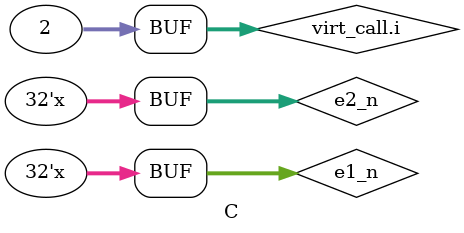
<source format=sv>

module B_top // "b_mod"
(
);


//------------------------------------------------------------------------------
// Child module instances

C c_mod
(

);

endmodule



//==============================================================================
//
// Module: C (test_virtual4.cpp:72:5)
//
module C // "b_mod.c_mod"
(
);

// Variables generated for SystemC signals

//------------------------------------------------------------------------------
// Method process: virt_call (test_virtual4.cpp:47:5) 

// Process-local variables
logic signed [31:0] e1_n;
logic signed [31:0] e2_n;

always_comb 
begin : virt_call     // test_virtual4.cpp:47:5
    integer i;
    // Call g() begin
    e1_n++;
    // Call g() end
    // Call d() begin
    i = 2;
    // Call g() begin
    e2_n = e2_n + i;
    // Call g() end
    // Call d() end
end

endmodule



</source>
